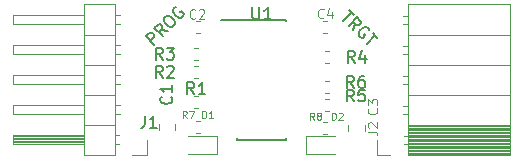
<source format=gto>
G04 #@! TF.GenerationSoftware,KiCad,Pcbnew,5.0.2-bee76a0~70~ubuntu18.04.1*
G04 #@! TF.CreationDate,2019-07-29T11:10:54+02:00*
G04 #@! TF.ProjectId,SWD_Isolator,5357445f-4973-46f6-9c61-746f722e6b69,rev?*
G04 #@! TF.SameCoordinates,PX4148288PY2f7a4c0*
G04 #@! TF.FileFunction,Legend,Top*
G04 #@! TF.FilePolarity,Positive*
%FSLAX46Y46*%
G04 Gerber Fmt 4.6, Leading zero omitted, Abs format (unit mm)*
G04 Created by KiCad (PCBNEW 5.0.2-bee76a0~70~ubuntu18.04.1) date pon 29 jul 2019 11:10:54 CEST*
%MOMM*%
%LPD*%
G01*
G04 APERTURE LIST*
%ADD10C,0.200000*%
%ADD11C,0.120000*%
%ADD12C,0.150000*%
%ADD13C,0.100000*%
G04 APERTURE END LIST*
D10*
X22500513Y12335337D02*
X22904574Y11931276D01*
X21995437Y11426200D02*
X22702544Y12133306D01*
X22837231Y10584406D02*
X22938246Y11156826D01*
X22433170Y10988467D02*
X23140277Y11695574D01*
X23409651Y11426200D01*
X23443322Y11325184D01*
X23443322Y11257841D01*
X23409651Y11156826D01*
X23308635Y11055810D01*
X23207620Y11022139D01*
X23140277Y11022139D01*
X23039261Y11055810D01*
X22769887Y11325184D01*
X24184101Y10584406D02*
X24150429Y10685421D01*
X24049414Y10786436D01*
X23914727Y10853780D01*
X23780040Y10853780D01*
X23679025Y10820108D01*
X23510666Y10719093D01*
X23409651Y10618078D01*
X23308635Y10449719D01*
X23274964Y10348704D01*
X23274964Y10214017D01*
X23342307Y10079330D01*
X23409651Y10011986D01*
X23544338Y9944643D01*
X23611681Y9944643D01*
X23847383Y10180345D01*
X23712696Y10315032D01*
X24453475Y10382375D02*
X24857536Y9978314D01*
X23948399Y9473238D02*
X24655505Y10180345D01*
X5991390Y9390228D02*
X5284284Y10097335D01*
X5553658Y10366709D01*
X5654673Y10400381D01*
X5722016Y10400381D01*
X5823032Y10366709D01*
X5924047Y10265694D01*
X5957719Y10164678D01*
X5957719Y10097335D01*
X5924047Y9996320D01*
X5654673Y9726946D01*
X7102558Y10501396D02*
X6530138Y10602411D01*
X6698497Y10097335D02*
X5991390Y10804442D01*
X6260764Y11073816D01*
X6361780Y11107488D01*
X6429123Y11107488D01*
X6530138Y11073816D01*
X6631154Y10972800D01*
X6664825Y10871785D01*
X6664825Y10804442D01*
X6631154Y10703426D01*
X6361780Y10434052D01*
X6833184Y11646236D02*
X6967871Y11780923D01*
X7068887Y11814594D01*
X7203574Y11814594D01*
X7371932Y11713579D01*
X7607635Y11477877D01*
X7708650Y11309518D01*
X7708650Y11174831D01*
X7674978Y11073816D01*
X7540291Y10939129D01*
X7439276Y10905457D01*
X7304589Y10905457D01*
X7136230Y11006472D01*
X6900528Y11242175D01*
X6799512Y11410533D01*
X6799512Y11545220D01*
X6833184Y11646236D01*
X7843337Y12589045D02*
X7742322Y12555373D01*
X7641306Y12454358D01*
X7573963Y12319671D01*
X7573963Y12184984D01*
X7607635Y12083968D01*
X7708650Y11915610D01*
X7809665Y11814594D01*
X7978024Y11713579D01*
X8079039Y11679907D01*
X8213726Y11679907D01*
X8348413Y11747251D01*
X8415757Y11814594D01*
X8483100Y11949281D01*
X8483100Y12016625D01*
X8247398Y12252327D01*
X8112711Y12117640D01*
D11*
G04 #@! TO.C,D1*
X11298000Y1624000D02*
X8838000Y1624000D01*
X11298000Y154000D02*
X11298000Y1624000D01*
X8838000Y154000D02*
X11298000Y154000D01*
G04 #@! TO.C,D2*
X21247000Y1624000D02*
X18787000Y1624000D01*
X18787000Y1624000D02*
X18787000Y154000D01*
X18787000Y154000D02*
X21247000Y154000D01*
G04 #@! TO.C,R8*
X20604267Y2859500D02*
X20261733Y2859500D01*
X20604267Y1839500D02*
X20261733Y1839500D01*
G04 #@! TO.C,R7*
X9494733Y2923000D02*
X9837267Y2923000D01*
X9494733Y1903000D02*
X9837267Y1903000D01*
G04 #@! TO.C,C4*
X20275733Y10348500D02*
X20618267Y10348500D01*
X20275733Y11368500D02*
X20618267Y11368500D01*
G04 #@! TO.C,C2*
X9809267Y10348500D02*
X9466733Y10348500D01*
X9809267Y11368500D02*
X9466733Y11368500D01*
G04 #@! TO.C,C3*
X23824000Y2088248D02*
X23824000Y2610752D01*
X22404000Y2088248D02*
X22404000Y2610752D01*
G04 #@! TO.C,C1*
X6338500Y2151748D02*
X6338500Y2674252D01*
X7758500Y2151748D02*
X7758500Y2674252D01*
G04 #@! TO.C,J1*
X2687500Y3500D02*
X2687500Y12823500D01*
X2687500Y12823500D02*
X27500Y12823500D01*
X27500Y12823500D02*
X27500Y3500D01*
X27500Y3500D02*
X2687500Y3500D01*
X27500Y953500D02*
X-5972500Y953500D01*
X-5972500Y953500D02*
X-5972500Y1713500D01*
X-5972500Y1713500D02*
X27500Y1713500D01*
X27500Y1013500D02*
X-5972500Y1013500D01*
X27500Y1133500D02*
X-5972500Y1133500D01*
X27500Y1253500D02*
X-5972500Y1253500D01*
X27500Y1373500D02*
X-5972500Y1373500D01*
X27500Y1493500D02*
X-5972500Y1493500D01*
X27500Y1613500D02*
X-5972500Y1613500D01*
X3017500Y953500D02*
X2687500Y953500D01*
X3017500Y1713500D02*
X2687500Y1713500D01*
X2687500Y2603500D02*
X27500Y2603500D01*
X27500Y3493500D02*
X-5972500Y3493500D01*
X-5972500Y3493500D02*
X-5972500Y4253500D01*
X-5972500Y4253500D02*
X27500Y4253500D01*
X3084571Y3493500D02*
X2687500Y3493500D01*
X3084571Y4253500D02*
X2687500Y4253500D01*
X2687500Y5143500D02*
X27500Y5143500D01*
X27500Y6033500D02*
X-5972500Y6033500D01*
X-5972500Y6033500D02*
X-5972500Y6793500D01*
X-5972500Y6793500D02*
X27500Y6793500D01*
X3084571Y6033500D02*
X2687500Y6033500D01*
X3084571Y6793500D02*
X2687500Y6793500D01*
X2687500Y7683500D02*
X27500Y7683500D01*
X27500Y8573500D02*
X-5972500Y8573500D01*
X-5972500Y8573500D02*
X-5972500Y9333500D01*
X-5972500Y9333500D02*
X27500Y9333500D01*
X3084571Y8573500D02*
X2687500Y8573500D01*
X3084571Y9333500D02*
X2687500Y9333500D01*
X2687500Y10223500D02*
X27500Y10223500D01*
X27500Y11113500D02*
X-5972500Y11113500D01*
X-5972500Y11113500D02*
X-5972500Y11873500D01*
X-5972500Y11873500D02*
X27500Y11873500D01*
X3084571Y11113500D02*
X2687500Y11113500D01*
X3084571Y11873500D02*
X2687500Y11873500D01*
X5397500Y1333500D02*
X5397500Y63500D01*
X5397500Y63500D02*
X4127500Y63500D01*
G04 #@! TO.C,J2*
X36061500Y123500D02*
X27431500Y123500D01*
X36061500Y241595D02*
X27431500Y241595D01*
X36061500Y359690D02*
X27431500Y359690D01*
X36061500Y477785D02*
X27431500Y477785D01*
X36061500Y595880D02*
X27431500Y595880D01*
X36061500Y713975D02*
X27431500Y713975D01*
X36061500Y832070D02*
X27431500Y832070D01*
X36061500Y950165D02*
X27431500Y950165D01*
X36061500Y1068260D02*
X27431500Y1068260D01*
X36061500Y1186355D02*
X27431500Y1186355D01*
X36061500Y1304450D02*
X27431500Y1304450D01*
X36061500Y1422545D02*
X27431500Y1422545D01*
X36061500Y1540640D02*
X27431500Y1540640D01*
X36061500Y1658735D02*
X27431500Y1658735D01*
X36061500Y1776830D02*
X27431500Y1776830D01*
X36061500Y1894925D02*
X27431500Y1894925D01*
X36061500Y2013020D02*
X27431500Y2013020D01*
X36061500Y2131115D02*
X27431500Y2131115D01*
X36061500Y2249210D02*
X27431500Y2249210D01*
X36061500Y2367305D02*
X27431500Y2367305D01*
X36061500Y2485400D02*
X27431500Y2485400D01*
X27431500Y973500D02*
X27081500Y973500D01*
X27431500Y1693500D02*
X27081500Y1693500D01*
X27431500Y3513500D02*
X27021500Y3513500D01*
X27431500Y4233500D02*
X27021500Y4233500D01*
X27431500Y6053500D02*
X27021500Y6053500D01*
X27431500Y6773500D02*
X27021500Y6773500D01*
X27431500Y8593500D02*
X27021500Y8593500D01*
X27431500Y9313500D02*
X27021500Y9313500D01*
X27431500Y11133500D02*
X27021500Y11133500D01*
X27431500Y11853500D02*
X27021500Y11853500D01*
X36061500Y2603500D02*
X27431500Y2603500D01*
X36061500Y5143500D02*
X27431500Y5143500D01*
X36061500Y7683500D02*
X27431500Y7683500D01*
X36061500Y10223500D02*
X27431500Y10223500D01*
X36061500Y3500D02*
X27431500Y3500D01*
X27431500Y3500D02*
X27431500Y12823500D01*
X36061500Y12823500D02*
X27431500Y12823500D01*
X36061500Y3500D02*
X36061500Y12823500D01*
X24861500Y3500D02*
X24861500Y1333500D01*
X25971500Y3500D02*
X24861500Y3500D01*
G04 #@! TO.C,R6*
X20808767Y6288500D02*
X20466233Y6288500D01*
X20808767Y5268500D02*
X20466233Y5268500D01*
G04 #@! TO.C,R5*
X20808767Y3744500D02*
X20466233Y3744500D01*
X20808767Y4764500D02*
X20466233Y4764500D01*
G04 #@! TO.C,R4*
X20808767Y7808500D02*
X20466233Y7808500D01*
X20808767Y8828500D02*
X20466233Y8828500D01*
G04 #@! TO.C,R3*
X9367733Y9082500D02*
X9710267Y9082500D01*
X9367733Y8062500D02*
X9710267Y8062500D01*
G04 #@! TO.C,R2*
X9353733Y6538500D02*
X9696267Y6538500D01*
X9353733Y7558500D02*
X9696267Y7558500D01*
G04 #@! TO.C,R1*
X9353733Y5018500D02*
X9696267Y5018500D01*
X9353733Y3998500D02*
X9696267Y3998500D01*
D12*
G04 #@! TO.C,U1*
X12974500Y11488500D02*
X12974500Y11463500D01*
X17124500Y11488500D02*
X17124500Y11383500D01*
X17124500Y1338500D02*
X17124500Y1443500D01*
X12974500Y1338500D02*
X12974500Y1443500D01*
X12974500Y11488500D02*
X17124500Y11488500D01*
X12974500Y1338500D02*
X17124500Y1338500D01*
X12974500Y11463500D02*
X11599500Y11463500D01*
G04 #@! TO.C,D1*
D13*
X10034642Y3157572D02*
X10034642Y3757572D01*
X10177500Y3757572D01*
X10263214Y3729000D01*
X10320357Y3671858D01*
X10348928Y3614715D01*
X10377500Y3500429D01*
X10377500Y3414715D01*
X10348928Y3300429D01*
X10320357Y3243286D01*
X10263214Y3186143D01*
X10177500Y3157572D01*
X10034642Y3157572D01*
X10948928Y3157572D02*
X10606071Y3157572D01*
X10777500Y3157572D02*
X10777500Y3757572D01*
X10720357Y3671858D01*
X10663214Y3614715D01*
X10606071Y3586143D01*
G04 #@! TO.C,D2*
X21020142Y3030572D02*
X21020142Y3630572D01*
X21163000Y3630572D01*
X21248714Y3602000D01*
X21305857Y3544858D01*
X21334428Y3487715D01*
X21363000Y3373429D01*
X21363000Y3287715D01*
X21334428Y3173429D01*
X21305857Y3116286D01*
X21248714Y3059143D01*
X21163000Y3030572D01*
X21020142Y3030572D01*
X21591571Y3573429D02*
X21620142Y3602000D01*
X21677285Y3630572D01*
X21820142Y3630572D01*
X21877285Y3602000D01*
X21905857Y3573429D01*
X21934428Y3516286D01*
X21934428Y3459143D01*
X21905857Y3373429D01*
X21563000Y3030572D01*
X21934428Y3030572D01*
G04 #@! TO.C,R8*
X19534200Y3030572D02*
X19334200Y3316286D01*
X19191342Y3030572D02*
X19191342Y3630572D01*
X19419914Y3630572D01*
X19477057Y3602000D01*
X19505628Y3573429D01*
X19534200Y3516286D01*
X19534200Y3430572D01*
X19505628Y3373429D01*
X19477057Y3344858D01*
X19419914Y3316286D01*
X19191342Y3316286D01*
X19877057Y3373429D02*
X19819914Y3402000D01*
X19791342Y3430572D01*
X19762771Y3487715D01*
X19762771Y3516286D01*
X19791342Y3573429D01*
X19819914Y3602000D01*
X19877057Y3630572D01*
X19991342Y3630572D01*
X20048485Y3602000D01*
X20077057Y3573429D01*
X20105628Y3516286D01*
X20105628Y3487715D01*
X20077057Y3430572D01*
X20048485Y3402000D01*
X19991342Y3373429D01*
X19877057Y3373429D01*
X19819914Y3344858D01*
X19791342Y3316286D01*
X19762771Y3259143D01*
X19762771Y3144858D01*
X19791342Y3087715D01*
X19819914Y3059143D01*
X19877057Y3030572D01*
X19991342Y3030572D01*
X20048485Y3059143D01*
X20077057Y3087715D01*
X20105628Y3144858D01*
X20105628Y3259143D01*
X20077057Y3316286D01*
X20048485Y3344858D01*
X19991342Y3373429D01*
G04 #@! TO.C,R7*
X8726500Y3157572D02*
X8526500Y3443286D01*
X8383642Y3157572D02*
X8383642Y3757572D01*
X8612214Y3757572D01*
X8669357Y3729000D01*
X8697928Y3700429D01*
X8726500Y3643286D01*
X8726500Y3557572D01*
X8697928Y3500429D01*
X8669357Y3471858D01*
X8612214Y3443286D01*
X8383642Y3443286D01*
X8926500Y3757572D02*
X9326500Y3757572D01*
X9069357Y3157572D01*
G04 #@! TO.C,C4*
X20313666Y11715786D02*
X20275571Y11677691D01*
X20161285Y11639596D01*
X20085095Y11639596D01*
X19970809Y11677691D01*
X19894619Y11753881D01*
X19856523Y11830072D01*
X19818428Y11982453D01*
X19818428Y12096739D01*
X19856523Y12249120D01*
X19894619Y12325310D01*
X19970809Y12401500D01*
X20085095Y12439596D01*
X20161285Y12439596D01*
X20275571Y12401500D01*
X20313666Y12363405D01*
X20999380Y12172929D02*
X20999380Y11639596D01*
X20808904Y12477691D02*
X20618428Y11906262D01*
X21113666Y11906262D01*
G04 #@! TO.C,C2*
X9455166Y11652286D02*
X9417071Y11614191D01*
X9302785Y11576096D01*
X9226595Y11576096D01*
X9112309Y11614191D01*
X9036119Y11690381D01*
X8998023Y11766572D01*
X8959928Y11918953D01*
X8959928Y12033239D01*
X8998023Y12185620D01*
X9036119Y12261810D01*
X9112309Y12338000D01*
X9226595Y12376096D01*
X9302785Y12376096D01*
X9417071Y12338000D01*
X9455166Y12299905D01*
X9759928Y12299905D02*
X9798023Y12338000D01*
X9874214Y12376096D01*
X10064690Y12376096D01*
X10140880Y12338000D01*
X10178976Y12299905D01*
X10217071Y12223715D01*
X10217071Y12147524D01*
X10178976Y12033239D01*
X9721833Y11576096D01*
X10217071Y11576096D01*
G04 #@! TO.C,C3*
X24796714Y3981467D02*
X24834809Y3943372D01*
X24872904Y3829086D01*
X24872904Y3752896D01*
X24834809Y3638610D01*
X24758619Y3562420D01*
X24682428Y3524324D01*
X24530047Y3486229D01*
X24415761Y3486229D01*
X24263380Y3524324D01*
X24187190Y3562420D01*
X24111000Y3638610D01*
X24072904Y3752896D01*
X24072904Y3829086D01*
X24111000Y3943372D01*
X24149095Y3981467D01*
X24072904Y4248134D02*
X24072904Y4743372D01*
X24377666Y4476705D01*
X24377666Y4590991D01*
X24415761Y4667181D01*
X24453857Y4705277D01*
X24530047Y4743372D01*
X24720523Y4743372D01*
X24796714Y4705277D01*
X24834809Y4667181D01*
X24872904Y4590991D01*
X24872904Y4362420D01*
X24834809Y4286229D01*
X24796714Y4248134D01*
G04 #@! TO.C,C1*
D12*
X7405642Y4976834D02*
X7453261Y4929215D01*
X7500880Y4786358D01*
X7500880Y4691120D01*
X7453261Y4548262D01*
X7358023Y4453024D01*
X7262785Y4405405D01*
X7072309Y4357786D01*
X6929452Y4357786D01*
X6738976Y4405405D01*
X6643738Y4453024D01*
X6548500Y4548262D01*
X6500880Y4691120D01*
X6500880Y4786358D01*
X6548500Y4929215D01*
X6596119Y4976834D01*
X7500880Y5929215D02*
X7500880Y5357786D01*
X7500880Y5643500D02*
X6500880Y5643500D01*
X6643738Y5548262D01*
X6738976Y5453024D01*
X6786595Y5357786D01*
G04 #@! TO.C,J1*
X5191166Y3341620D02*
X5191166Y2627334D01*
X5143547Y2484477D01*
X5048309Y2389239D01*
X4905452Y2341620D01*
X4810214Y2341620D01*
X6191166Y2341620D02*
X5619738Y2341620D01*
X5905452Y2341620D02*
X5905452Y3341620D01*
X5810214Y3198762D01*
X5714976Y3103524D01*
X5619738Y3055905D01*
G04 #@! TO.C,J2*
D13*
X24072904Y2019334D02*
X24644333Y2019334D01*
X24758619Y1981239D01*
X24834809Y1905048D01*
X24872904Y1790762D01*
X24872904Y1714572D01*
X24149095Y2362191D02*
X24111000Y2400286D01*
X24072904Y2476477D01*
X24072904Y2666953D01*
X24111000Y2743143D01*
X24149095Y2781239D01*
X24225285Y2819334D01*
X24301476Y2819334D01*
X24415761Y2781239D01*
X24872904Y2324096D01*
X24872904Y2819334D01*
G04 #@! TO.C,R6*
D12*
X22871133Y5745220D02*
X22537800Y6221410D01*
X22299704Y5745220D02*
X22299704Y6745220D01*
X22680657Y6745220D01*
X22775895Y6697600D01*
X22823514Y6649981D01*
X22871133Y6554743D01*
X22871133Y6411886D01*
X22823514Y6316648D01*
X22775895Y6269029D01*
X22680657Y6221410D01*
X22299704Y6221410D01*
X23728276Y6745220D02*
X23537800Y6745220D01*
X23442561Y6697600D01*
X23394942Y6649981D01*
X23299704Y6507124D01*
X23252085Y6316648D01*
X23252085Y5935696D01*
X23299704Y5840458D01*
X23347323Y5792839D01*
X23442561Y5745220D01*
X23633038Y5745220D01*
X23728276Y5792839D01*
X23775895Y5840458D01*
X23823514Y5935696D01*
X23823514Y6173791D01*
X23775895Y6269029D01*
X23728276Y6316648D01*
X23633038Y6364267D01*
X23442561Y6364267D01*
X23347323Y6316648D01*
X23299704Y6269029D01*
X23252085Y6173791D01*
G04 #@! TO.C,R5*
X22871133Y4576820D02*
X22537800Y5053010D01*
X22299704Y4576820D02*
X22299704Y5576820D01*
X22680657Y5576820D01*
X22775895Y5529200D01*
X22823514Y5481581D01*
X22871133Y5386343D01*
X22871133Y5243486D01*
X22823514Y5148248D01*
X22775895Y5100629D01*
X22680657Y5053010D01*
X22299704Y5053010D01*
X23775895Y5576820D02*
X23299704Y5576820D01*
X23252085Y5100629D01*
X23299704Y5148248D01*
X23394942Y5195867D01*
X23633038Y5195867D01*
X23728276Y5148248D01*
X23775895Y5100629D01*
X23823514Y5005391D01*
X23823514Y4767296D01*
X23775895Y4672058D01*
X23728276Y4624439D01*
X23633038Y4576820D01*
X23394942Y4576820D01*
X23299704Y4624439D01*
X23252085Y4672058D01*
G04 #@! TO.C,R4*
X22947333Y7866120D02*
X22614000Y8342310D01*
X22375904Y7866120D02*
X22375904Y8866120D01*
X22756857Y8866120D01*
X22852095Y8818500D01*
X22899714Y8770881D01*
X22947333Y8675643D01*
X22947333Y8532786D01*
X22899714Y8437548D01*
X22852095Y8389929D01*
X22756857Y8342310D01*
X22375904Y8342310D01*
X23804476Y8532786D02*
X23804476Y7866120D01*
X23566380Y8913739D02*
X23328285Y8199453D01*
X23947333Y8199453D01*
G04 #@! TO.C,R3*
X6691333Y8120120D02*
X6358000Y8596310D01*
X6119904Y8120120D02*
X6119904Y9120120D01*
X6500857Y9120120D01*
X6596095Y9072500D01*
X6643714Y9024881D01*
X6691333Y8929643D01*
X6691333Y8786786D01*
X6643714Y8691548D01*
X6596095Y8643929D01*
X6500857Y8596310D01*
X6119904Y8596310D01*
X7024666Y9120120D02*
X7643714Y9120120D01*
X7310380Y8739167D01*
X7453238Y8739167D01*
X7548476Y8691548D01*
X7596095Y8643929D01*
X7643714Y8548691D01*
X7643714Y8310596D01*
X7596095Y8215358D01*
X7548476Y8167739D01*
X7453238Y8120120D01*
X7167523Y8120120D01*
X7072285Y8167739D01*
X7024666Y8215358D01*
G04 #@! TO.C,R2*
X6691333Y6596120D02*
X6358000Y7072310D01*
X6119904Y6596120D02*
X6119904Y7596120D01*
X6500857Y7596120D01*
X6596095Y7548500D01*
X6643714Y7500881D01*
X6691333Y7405643D01*
X6691333Y7262786D01*
X6643714Y7167548D01*
X6596095Y7119929D01*
X6500857Y7072310D01*
X6119904Y7072310D01*
X7072285Y7500881D02*
X7119904Y7548500D01*
X7215142Y7596120D01*
X7453238Y7596120D01*
X7548476Y7548500D01*
X7596095Y7500881D01*
X7643714Y7405643D01*
X7643714Y7310405D01*
X7596095Y7167548D01*
X7024666Y6596120D01*
X7643714Y6596120D01*
G04 #@! TO.C,R1*
X9358333Y5199120D02*
X9025000Y5675310D01*
X8786904Y5199120D02*
X8786904Y6199120D01*
X9167857Y6199120D01*
X9263095Y6151500D01*
X9310714Y6103881D01*
X9358333Y6008643D01*
X9358333Y5865786D01*
X9310714Y5770548D01*
X9263095Y5722929D01*
X9167857Y5675310D01*
X8786904Y5675310D01*
X10310714Y5199120D02*
X9739285Y5199120D01*
X10025000Y5199120D02*
X10025000Y6199120D01*
X9929761Y6056262D01*
X9834523Y5961024D01*
X9739285Y5913405D01*
G04 #@! TO.C,U1*
X14287595Y12549120D02*
X14287595Y11739596D01*
X14335214Y11644358D01*
X14382833Y11596739D01*
X14478071Y11549120D01*
X14668547Y11549120D01*
X14763785Y11596739D01*
X14811404Y11644358D01*
X14859023Y11739596D01*
X14859023Y12549120D01*
X15859023Y11549120D02*
X15287595Y11549120D01*
X15573309Y11549120D02*
X15573309Y12549120D01*
X15478071Y12406262D01*
X15382833Y12311024D01*
X15287595Y12263405D01*
G04 #@! TD*
M02*

</source>
